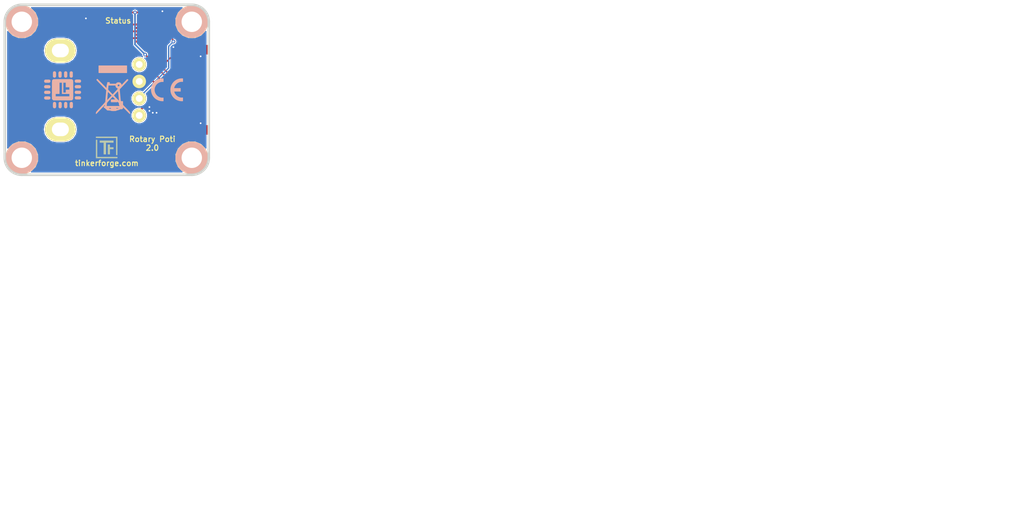
<source format=kicad_pcb>
(kicad_pcb (version 4) (host pcbnew 4.0.2+dfsg1-stable)
  (title_block (title "Rotary Poti Bricklet") (date 2018-06-22) (rev 2.0) (company "Tinkerforge GmbH") (comment 1 "Licensed under CERN OHL v.1.1") (comment 2 "Copyright (©) 2018, L.Lauer <lukas@tinkerforge.com>"))
  (layers (0 Vorderseite signal) (31 Rückseite signal) (34 B.Paste user) (35 F.Paste user) (36 B.SilkS user) (37 F.SilkS user) (38 B.Mask user) (39 F.Mask user) (44 Edge.Cuts user))
  (net 0 "")
  (net 1 GND)
  (net 2 IN_1)
  (net 3 VCC)
  (net 4 "Net-(C1-Pad1)")
  (net 5 "Net-(D1-Pad2)")
  (net 6 "Net-(P1-Pad1)")
  (net 7 "Net-(P1-Pad4)")
  (net 8 "Net-(P1-Pad5)")
  (net 9 "Net-(P1-Pad6)")
  (net 10 "Net-(P2-Pad1)")
  (net 11 "Net-(P3-Pad2)")
  (net 12 "Net-(R3-Pad1)")
  (net 13 S-MISO)
  (net 14 S-MOSI)
  (net 15 S-CLK)
  (net 16 S-CS)
  (net 17 "Net-(U1-Pad3)")
  (net 18 "Net-(U1-Pad4)")
  (net 19 "Net-(U1-Pad5)")
  (net 20 "Net-(U1-Pad6)")
  (net 21 "Net-(U1-Pad7)")
  (net 22 "Net-(U1-Pad8)")
  (net 23 "Net-(U1-Pad11)")
  (net 24 "Net-(U1-Pad12)")
  (net 25 "Net-(U1-Pad14)")
  (net 26 "Net-(U1-Pad16)")
  (net 27 "Net-(U1-Pad19)")
  (net 28 "Net-(U1-Pad20)")
  (net 29 "Net-(U1-Pad21)")
  (net 30 "Net-(U1-Pad18)")
  (module kicad-libraries:Logo_31x31 (layer Vorderseite) (at 146.7 109)
    (fp_text reference Ref** hide)
    (fp_text value Val** hide)
  )
  (module kicad-libraries:DRILL_NP (layer Vorderseite) (at 160.8 112.1 90)
    (fp_text reference U5 hide)
    (fp_text value DRILL hide)
    (pad "" np_thru_hole circle (at 0 0 90) (size 2.99974 2.99974) (drill 2.99974) (layers *.Cu *.Mask F.SilkS) (clearance 0.89916))
  )
  (module kicad-libraries:DRILL_NP (layer Vorderseite) (at 160.8 92.1)
    (fp_text reference U4 hide)
    (fp_text value DRILL hide)
    (pad "" np_thru_hole circle (at 0 0) (size 2.99974 2.99974) (drill 2.99974) (layers *.Cu *.Mask F.SilkS) (clearance 0.89916))
  )
  (module kicad-libraries:DRILL_NP (layer Vorderseite) (at 135.8 112.1)
    (fp_text reference U3 hide)
    (fp_text value DRILL hide)
    (pad "" np_thru_hole circle (at 0 0) (size 2.99974 2.99974) (drill 2.99974) (layers *.Cu *.Mask F.SilkS) (clearance 0.89916))
  )
  (module kicad-libraries:Fiducial_Mark (layer Vorderseite) (at 155.8 113.1)
    (fp_text reference Fiducial_Mark hide)
    (fp_text value VAL** hide)
    (pad 1 smd circle (at 0 0) (size 1.00076 1.00076) (layers Vorderseite F.Paste F.Mask) (clearance 0.65024))
  )
  (module kicad-libraries:Fiducial_Mark (layer Vorderseite) (at 140.8 91.1)
    (fp_text reference Fiducial_Mark hide)
    (fp_text value VAL** hide)
    (pad 1 smd circle (at 0 0) (size 1.00076 1.00076) (layers Vorderseite F.Paste F.Mask) (clearance 0.65024))
  )
  (module kicad-libraries:CE_5mm (layer Rückseite) (at 157.2 102.1)
    (fp_text reference VAL hide)
    (fp_text value CE_5mm hide)
  )
  (module kicad-libraries:WEEE_7mm (layer Rückseite) (at 149.2 102.1)
    (fp_text reference VAL hide)
    (fp_text value WEEE_7mm hide)
  )
  (module kicad-libraries:C0402F (layer Vorderseite) (at 158.1 96.9 90)
    (fp_text reference C1)
    (fp_text value 220pF)
    (pad 2 smd rect (at 0.5 0 90) (size 0.6 0.7) (layers Vorderseite F.Paste F.Mask) (net 1 GND))
    (pad 1 smd rect (at -0.5 0 90) (size 0.6 0.7) (layers Vorderseite F.Paste F.Mask) (net 4 "Net-(C1-Pad1)"))
  )
  (module kicad-libraries:C0805 (layer Vorderseite) (at 156.8 104 270)
    (fp_text reference C3)
    (fp_text value 10uF)
    (pad 1 smd rect (at -1.00076 0 270) (size 1.00076 1.24968) (layers Vorderseite F.Paste F.Mask) (net 3 VCC) (clearance 0.14986))
    (pad 2 smd rect (at 1.00076 0 270) (size 1.00076 1.24968) (layers Vorderseite F.Paste F.Mask) (net 1 GND) (clearance 0.14986))
  )
  (module kicad-libraries:C0603F (layer Vorderseite) (at 155.3 104 270)
    (fp_text reference C4)
    (fp_text value 1uF)
    (pad 1 smd rect (at -0.75 0 270) (size 0.9 0.9) (layers Vorderseite F.Paste F.Mask) (net 3 VCC))
    (pad 2 smd rect (at 0.75 0 270) (size 0.9 0.9) (layers Vorderseite F.Paste F.Mask) (net 1 GND))
  )
  (module kicad-libraries:C0603F (layer Vorderseite) (at 155 90.55)
    (fp_text reference C5)
    (fp_text value 100nF)
    (pad 1 smd rect (at -0.75 0) (size 0.9 0.9) (layers Vorderseite F.Paste F.Mask) (net 3 VCC))
    (pad 2 smd rect (at 0.75 0) (size 0.9 0.9) (layers Vorderseite F.Paste F.Mask) (net 1 GND))
  )
  (module kicad-libraries:D0603F (layer Vorderseite) (at 149.96 90.72 180)
    (fp_text reference D1)
    (fp_text value blue)
    (pad 1 smd rect (at -0.75 0 180) (size 0.9 0.9) (layers Vorderseite F.Paste F.Mask) (net 3 VCC))
    (pad 2 smd rect (at 0.75 0 180) (size 0.9 0.9) (layers Vorderseite F.Paste F.Mask) (net 5 "Net-(D1-Pad2)"))
  )
  (module kicad-libraries:CON-SENSOR2 (layer Vorderseite) (at 163.3 102.1 90)
    (fp_text reference P1)
    (fp_text value CON-SENSOR2)
    (pad 1 smd rect (at -3.75 -4.6 90) (size 0.6 1.8) (layers Vorderseite F.Paste F.Mask) (net 6 "Net-(P1-Pad1)"))
    (pad 2 smd rect (at -2.5 -4.6 90) (size 0.6 1.8) (layers Vorderseite F.Paste F.Mask) (net 1 GND))
    (pad EP smd rect (at -5.9 -1.2 90) (size 1.4 2.4) (layers Vorderseite F.Paste F.Mask) (net 1 GND))
    (pad EP smd rect (at 5.9 -1.2 90) (size 1.4 2.4) (layers Vorderseite F.Paste F.Mask) (net 1 GND))
    (pad 3 smd rect (at -1.25 -4.6 90) (size 0.6 1.8) (layers Vorderseite F.Paste F.Mask) (net 3 VCC))
    (pad 4 smd rect (at 0 -4.6 90) (size 0.6 1.8) (layers Vorderseite F.Paste F.Mask) (net 7 "Net-(P1-Pad4)"))
    (pad 5 smd rect (at 1.25 -4.6 90) (size 0.6 1.8) (layers Vorderseite F.Paste F.Mask) (net 8 "Net-(P1-Pad5)"))
    (pad 6 smd rect (at 2.5 -4.6 90) (size 0.6 1.8) (layers Vorderseite F.Paste F.Mask) (net 9 "Net-(P1-Pad6)"))
    (pad 7 smd rect (at 3.75 -4.6 90) (size 0.6 1.8) (layers Vorderseite F.Paste F.Mask) (net 4 "Net-(C1-Pad1)"))
  )
  (module kicad-libraries:DEBUG_PAD (layer Vorderseite) (at 150.11 93.47)
    (fp_text reference P2)
    (fp_text value DEBUG)
    (pad 1 smd circle (at 0 0) (size 0.7 0.7) (layers Vorderseite F.Paste F.Mask) (net 10 "Net-(P2-Pad1)"))
  )
  (module kicad-libraries:SolderJumper (layer Vorderseite) (at 144.25 91.83 270)
    (fp_text reference P3)
    (fp_text value BOOT)
    (pad 2 smd rect (at 0.55 0 270) (size 0.3 1.4) (layers Vorderseite F.Mask) (net 11 "Net-(P3-Pad2)"))
    (pad 2 smd rect (at 0.15 0 270) (size 0.6 0.5) (layers Vorderseite F.Mask) (net 11 "Net-(P3-Pad2)"))
    (pad 1 smd rect (at -0.5 0 270) (size 0.4 1.4) (layers Vorderseite F.Mask) (net 1 GND))
    (pad 1 smd rect (at -0.225 0.55 270) (size 0.95 0.3) (layers Vorderseite F.Mask) (net 1 GND))
    (pad 1 smd rect (at -0.225 -0.55 270) (size 0.95 0.3) (layers Vorderseite F.Mask) (net 1 GND))
  )
  (module kicad-libraries:R0603F (layer Vorderseite) (at 146.99 90.72)
    (fp_text reference R3)
    (fp_text value 1k)
    (pad 1 smd rect (at -0.75 0) (size 0.9 0.9) (layers Vorderseite F.Paste F.Mask) (net 12 "Net-(R3-Pad1)"))
    (pad 2 smd rect (at 0.75 0) (size 0.9 0.9) (layers Vorderseite F.Paste F.Mask) (net 5 "Net-(D1-Pad2)"))
  )
  (module kicad-libraries:4X0402 (layer Vorderseite) (at 156 97.5)
    (fp_text reference RP1)
    (fp_text value 82)
    (pad 1 smd rect (at -0.7493 0.575 180) (size 0.29972 0.65) (layers Vorderseite F.Paste F.Mask) (net 7 "Net-(P1-Pad4)"))
    (pad 2 smd rect (at -0.24892 0.575 180) (size 0.29972 0.65) (layers Vorderseite F.Paste F.Mask) (net 8 "Net-(P1-Pad5)"))
    (pad 3 smd rect (at 0.24892 0.575 180) (size 0.29972 0.65) (layers Vorderseite F.Paste F.Mask) (net 9 "Net-(P1-Pad6)"))
    (pad 4 smd rect (at 0.7493 0.575 180) (size 0.29972 0.65) (layers Vorderseite F.Paste F.Mask) (net 4 "Net-(C1-Pad1)"))
    (pad 5 smd rect (at 0.7493 -0.575) (size 0.29972 0.65) (layers Vorderseite F.Paste F.Mask) (net 13 S-MISO))
    (pad 6 smd rect (at 0.24892 -0.575) (size 0.29972 0.65) (layers Vorderseite F.Paste F.Mask) (net 14 S-MOSI))
    (pad 7 smd rect (at -0.24892 -0.575) (size 0.29972 0.65) (layers Vorderseite F.Paste F.Mask) (net 15 S-CLK))
    (pad 8 smd rect (at -0.7493 -0.575) (size 0.29972 0.65) (layers Vorderseite F.Paste F.Mask) (net 16 S-CS))
  )
  (module F11KH (layer Vorderseite) (at 147.574 102.12324 90)
    (fp_text reference RV1)
    (fp_text value F11KH)
    (pad 1 thru_hole circle (at -3.74904 5.4991 90) (size 1.99898 1.99898) (drill 1.00076) (layers *.Cu *.Mask F.SilkS) (net 3 VCC))
    (pad 2 thru_hole circle (at -1.24968 5.4991 90) (size 1.99898 1.99898) (drill 1.00076) (layers *.Cu *.Mask F.SilkS) (net 2 IN_1))
    (pad 3 thru_hole circle (at 1.24968 5.4991 90) (size 1.99898 1.99898) (drill 1.00076) (layers *.Cu *.Mask F.SilkS) (net 1 GND))
    (pad "" thru_hole circle (at 3.74904 5.4991 90) (size 1.99898 1.99898) (drill 1.00076) (layers *.Cu *.Mask F.SilkS))
    (pad "" thru_hole oval (at 5.79882 -6.10108 90) (size 3.50012 4.50088) (drill oval 1.99898 2.49936) (layers *.Cu *.Mask F.SilkS))
    (pad "" thru_hole oval (at -5.79882 -6.10108 90) (size 3.50012 4.50088) (drill oval 1.99898 2.49936) (layers *.Cu *.Mask F.SilkS))
  )
  (module kicad-libraries:QFN24-4x4mm-0.5mm (layer Vorderseite) (at 155 93.75 180)
    (fp_text reference U1)
    (fp_text value XMC1XXX24)
    (pad 1 smd oval (at -2.025 -1.25 180) (size 1 0.3) (layers Vorderseite F.Paste F.Mask) (net 13 S-MISO))
    (pad 2 smd oval (at -2.025 -0.75 180) (size 1 0.3) (layers Vorderseite F.Paste F.Mask) (net 2 IN_1))
    (pad 3 smd oval (at -2.025 -0.25 180) (size 1 0.3) (layers Vorderseite F.Paste F.Mask) (net 17 "Net-(U1-Pad3)"))
    (pad 4 smd oval (at -2.025 0.25 180) (size 1 0.3) (layers Vorderseite F.Paste F.Mask) (net 18 "Net-(U1-Pad4)"))
    (pad 5 smd oval (at -2.025 0.75 180) (size 1 0.3) (layers Vorderseite F.Paste F.Mask) (net 19 "Net-(U1-Pad5)"))
    (pad 6 smd oval (at -2.025 1.25 180) (size 1 0.3) (layers Vorderseite F.Paste F.Mask) (net 20 "Net-(U1-Pad6)"))
    (pad 7 smd oval (at -1.25 2.025 270) (size 1 0.3) (layers Vorderseite F.Paste F.Mask) (net 21 "Net-(U1-Pad7)"))
    (pad 8 smd oval (at -0.75 2.025 270) (size 1 0.3) (layers Vorderseite F.Paste F.Mask) (net 22 "Net-(U1-Pad8)"))
    (pad 9 smd oval (at -0.25 2.025 270) (size 1 0.3) (layers Vorderseite F.Paste F.Mask) (net 1 GND))
    (pad 10 smd oval (at 0.25 2.025 270) (size 1 0.3) (layers Vorderseite F.Paste F.Mask) (net 3 VCC))
    (pad 11 smd oval (at 0.75 2.025 270) (size 1 0.3) (layers Vorderseite F.Paste F.Mask) (net 23 "Net-(U1-Pad11)"))
    (pad 12 smd oval (at 1.25 2.025 270) (size 1 0.3) (layers Vorderseite F.Paste F.Mask) (net 24 "Net-(U1-Pad12)"))
    (pad 13 smd oval (at 2.025 1.25 180) (size 1 0.3) (layers Vorderseite F.Paste F.Mask) (net 12 "Net-(R3-Pad1)"))
    (pad 14 smd oval (at 2.025 0.75 180) (size 1 0.3) (layers Vorderseite F.Paste F.Mask) (net 25 "Net-(U1-Pad14)"))
    (pad 15 smd oval (at 2.025 0.25 180) (size 1 0.3) (layers Vorderseite F.Paste F.Mask) (net 10 "Net-(P2-Pad1)"))
    (pad 16 smd oval (at 2.025 -0.25 180) (size 1 0.3) (layers Vorderseite F.Paste F.Mask) (net 26 "Net-(U1-Pad16)"))
    (pad 17 smd oval (at 2.025 -0.75 180) (size 1 0.3) (layers Vorderseite F.Paste F.Mask) (net 11 "Net-(P3-Pad2)"))
    (pad 18 smd oval (at 2.025 -1.25 180) (size 1 0.3) (layers Vorderseite F.Paste F.Mask) (net 30 "Net-(U1-Pad18)"))
    (pad 19 smd oval (at 1.25 -2.025 270) (size 1 0.3) (layers Vorderseite F.Paste F.Mask) (net 27 "Net-(U1-Pad19)"))
    (pad 20 smd oval (at 0.75 -2.025 270) (size 1 0.3) (layers Vorderseite F.Paste F.Mask) (net 28 "Net-(U1-Pad20)"))
    (pad 21 smd oval (at 0.25 -2.025 270) (size 1 0.3) (layers Vorderseite F.Paste F.Mask) (net 29 "Net-(U1-Pad21)"))
    (pad 22 smd oval (at -0.25 -2.025 270) (size 1 0.3) (layers Vorderseite F.Paste F.Mask) (net 16 S-CS))
    (pad 23 smd oval (at -0.75 -2.025 270) (size 1 0.3) (layers Vorderseite F.Paste F.Mask) (net 15 S-CLK))
    (pad 24 smd oval (at -1.25 -2.025 270) (size 1 0.3) (layers Vorderseite F.Paste F.Mask) (net 14 S-MOSI))
    (pad EXP smd rect (at 0.65 0.65 180) (size 1.3 1.3) (layers Vorderseite F.Paste F.Mask) (net 1 GND))
    (pad EXP smd rect (at 0.65 -0.65 180) (size 1.3 1.3) (layers Vorderseite F.Paste F.Mask) (net 1 GND))
    (pad EXP smd rect (at -0.65 0.65 180) (size 1.3 1.3) (layers Vorderseite F.Paste F.Mask) (net 1 GND))
    (pad EXP smd rect (at -0.65 -0.65 180) (size 1.3 1.3) (layers Vorderseite F.Paste F.Mask) (net 1 GND))
  )
  (module kicad-libraries:DRILL_NP (layer Vorderseite) (at 135.8 92.1)
    (fp_text reference U6 hide)
    (fp_text value DRILL hide)
    (pad "" np_thru_hole circle (at 0 0) (size 2.99974 2.99974) (drill 2.99974) (layers *.Cu *.Mask F.SilkS) (clearance 0.89916))
  )
  (module kicad-libraries:Logo_CoMCU (layer Rückseite) (at 141.8 102.1)
    (fp_text reference G*** hide)
    (fp_text value LOGO hide)
  )
  (gr_text Status (at 149.97 91.94) (layer F.SilkS) (effects (font (size 0.8 0.8))))
  (gr_line (start 135.8 114.6) (end 160.8 114.6) (angle 90) (layer Edge.Cuts) (width 0.381))
  (gr_line (start 133.3 92.1) (end 133.3 112.1) (angle 90) (layer Edge.Cuts) (width 0.381))
  (gr_line (start 160.8 89.6) (end 135.8 89.6) (angle 90) (layer Edge.Cuts) (width 0.381))
  (gr_line (start 163.3 112.1) (end 163.3 92.1) (angle 90) (layer Edge.Cuts) (width 0.381))
  (gr_arc (start 160.8 112.1) (end 163.3 112.1) (angle 90) (layer Edge.Cuts) (width 0.381))
  (gr_arc (start 160.8 92.1) (end 160.8 89.6) (angle 90) (layer Edge.Cuts) (width 0.381))
  (gr_arc (start 135.8 92.1) (end 133.3 92.1) (angle 90) (layer Edge.Cuts) (width 0.381))
  (gr_arc (start 135.8 112.1) (end 135.8 114.6) (angle 90) (layer Edge.Cuts) (width 0.381))
  (gr_text tinkerforge.com (at 148.3 112.9) (layer F.SilkS) (effects (font (size 0.8001 0.8001) (thickness 0.14986))))
  (gr_text "Rotary Poti\n2.0" (at 155 110) (layer F.SilkS) (effects (font (size 0.8 0.8))))
  (segment (start 158.1 96.4) (end 158.1 95.82) (width 0.55) (layer Vorderseite) (net 1))
  (via (at 158.1 95.82) (size 0.55) (drill 0.24892) (layers Vorderseite Rückseite) (net 1))
  (segment (start 144.8 91.605) (end 145.225 91.605) (width 0.25) (layer Vorderseite) (net 1))
  (via (at 145.23 91.6) (size 0.55) (drill 0.24892) (layers Vorderseite Rückseite) (net 1))
  (segment (start 145.225 91.605) (end 145.23 91.6) (width 0.25) (layer Vorderseite) (net 1))
  (segment (start 144.25 91.33) (end 144.68 91.33) (width 0.25) (layer Vorderseite) (net 1))
  (segment (start 144.68 91.33) (end 144.81 91.46) (width 0.25) (layer Vorderseite) (net 1))
  (segment (start 144.81 91.46) (end 144.81 91.68) (width 0.25) (layer Vorderseite) (net 1))
  (segment (start 144.81 91.68) (end 144.8 91.605) (width 0.25) (layer Vorderseite) (net 1))
  (segment (start 143.7 91.605) (end 143.7 91.46) (width 0.25) (layer Vorderseite) (net 1))
  (segment (start 143.7 91.46) (end 143.8 91.36) (width 0.25) (layer Vorderseite) (net 1))
  (segment (start 143.8 91.36) (end 144.18 91.36) (width 0.25) (layer Vorderseite) (net 1))
  (segment (start 144.18 91.36) (end 144.25 91.33) (width 0.25) (layer Vorderseite) (net 1))
  (segment (start 155.25 91.725) (end 155.25 91.05) (width 0.25) (layer Vorderseite) (net 1))
  (segment (start 155.25 91.05) (end 155.75 90.55) (width 0.25) (layer Vorderseite) (net 1))
  (segment (start 155.25 91.725) (end 155.25 92.7) (width 0.2) (layer Vorderseite) (net 1))
  (segment (start 155.25 92.7) (end 155.65 93.1) (width 0.2) (layer Vorderseite) (net 1))
  (segment (start 154.35 93.1) (end 154.35 94.4) (width 0.2) (layer Vorderseite) (net 1))
  (segment (start 154.35 94.4) (end 155.65 94.4) (width 0.2) (layer Vorderseite) (net 1))
  (segment (start 155.65 94.4) (end 155.65 93.1) (width 0.2) (layer Vorderseite) (net 1))
  (segment (start 155.65 93.1) (end 154.35 93.1) (width 0.2) (layer Vorderseite) (net 1))
  (segment (start 155.75 90.55) (end 156.48 90.55) (width 0.55) (layer Vorderseite) (net 1))
  (via (at 156.48 90.55) (size 0.55) (drill 0.24892) (layers Vorderseite Rückseite) (net 1))
  (segment (start 154.57 104.64) (end 155.19 104.64) (width 0.55) (layer Vorderseite) (net 1))
  (via (at 154.57 104.64) (size 0.55) (drill 0.24892) (layers Vorderseite Rückseite) (net 1))
  (segment (start 155.19 104.64) (end 155.3 104.75) (width 0.55) (layer Vorderseite) (net 1))
  (segment (start 154.57 105.2) (end 154.57 104.64) (width 0.55) (layer Vorderseite) (net 1))
  (segment (start 154.68 104.75) (end 154.57 104.64) (width 0.55) (layer Vorderseite) (net 1))
  (segment (start 154.68 104.75) (end 155.3 104.75) (width 0.55) (layer Vorderseite) (net 1))
  (via (at 154.57 105.2) (size 0.55) (drill 0.24892) (layers Vorderseite Rückseite) (net 1))
  (segment (start 155.06 105.48) (end 155.62 105.48) (width 0.55) (layer Vorderseite) (net 1))
  (via (at 155.62 105.48) (size 0.55) (drill 0.24892) (layers Vorderseite Rückseite) (net 1))
  (segment (start 155.62 105.48) (end 155.3 105.16) (width 0.55) (layer Vorderseite) (net 1))
  (via (at 155.06 105.48) (size 0.55) (drill 0.24892) (layers Vorderseite Rückseite) (net 1))
  (segment (start 155.3 105.24) (end 155.06 105.48) (width 0.55) (layer Vorderseite) (net 1))
  (segment (start 155.3 105.24) (end 155.3 104.75) (width 0.55) (layer Vorderseite) (net 1))
  (segment (start 155.06 105.48) (end 154.85 105.48) (width 0.55) (layer Vorderseite) (net 1))
  (segment (start 154.85 105.48) (end 154.57 105.2) (width 0.55) (layer Vorderseite) (net 1))
  (segment (start 155.02 104.75) (end 154.57 105.2) (width 0.55) (layer Vorderseite) (net 1))
  (segment (start 155.3 104.75) (end 155.3 105.16) (width 0.55) (layer Vorderseite) (net 1))
  (segment (start 156.8 105.00076) (end 156.18076 105.00076) (width 0.55) (layer Vorderseite) (net 1))
  (segment (start 156.18076 105.00076) (end 155.93 104.75) (width 0.55) (layer Vorderseite) (net 1))
  (segment (start 155.93 104.75) (end 155.3 104.75) (width 0.55) (layer Vorderseite) (net 1))
  (segment (start 158.7 104.6) (end 157.77 104.6) (width 0.55) (layer Vorderseite) (net 1))
  (segment (start 157.77 104.6) (end 157.36924 105.00076) (width 0.55) (layer Vorderseite) (net 1))
  (segment (start 157.36924 105.00076) (end 156.8 105.00076) (width 0.55) (layer Vorderseite) (net 1))
  (segment (start 162.1 108) (end 162.1 107.02) (width 0.55) (layer Vorderseite) (net 1))
  (via (at 162.1 107.02) (size 0.55) (drill 0.24892) (layers Vorderseite Rückseite) (net 1))
  (segment (start 162.1 96.2) (end 162.1 97.18) (width 0.55) (layer Vorderseite) (net 1))
  (via (at 162.1 97.18) (size 0.55) (drill 0.24892) (layers Vorderseite Rückseite) (net 1))
  (segment (start 153.0731 100.87356) (end 153.07564 100.87356) (width 0.29972) (layer Vorderseite) (net 1))
  (segment (start 153.0731 100.87356) (end 153.07564 100.87356) (width 0.29972) (layer Rückseite) (net 1))
  (segment (start 158.1 95) (end 158.1 94.82) (width 0.2) (layer Vorderseite) (net 2))
  (segment (start 157.78 94.5) (end 157.025 94.5) (width 0.2) (layer Vorderseite) (net 2))
  (segment (start 158.1 94.82) (end 157.78 94.5) (width 0.2) (layer Vorderseite) (net 2))
  (segment (start 153.0731 103.37292) (end 153.0731 103.2269) (width 0.2) (layer Rückseite) (net 2))
  (segment (start 153.0731 103.2269) (end 157.4 98.9) (width 0.2) (layer Rückseite) (net 2))
  (segment (start 157.4 98.9) (end 157.4 95.7) (width 0.2) (layer Rückseite) (net 2))
  (segment (start 157.4 95.7) (end 158.1 95) (width 0.2) (layer Rückseite) (net 2))
  (via (at 158.1 95) (size 0.55) (drill 0.24892) (layers Vorderseite Rückseite) (net 2))
  (segment (start 153.0731 105.87228) (end 153.0731 105.2669) (width 0.25) (layer Vorderseite) (net 3))
  (segment (start 153.0731 105.2669) (end 154.38 103.96) (width 0.25) (layer Vorderseite) (net 3))
  (segment (start 154.59 103.25) (end 155.3 103.25) (width 0.25) (layer Vorderseite) (net 3))
  (segment (start 154.38 103.46) (end 154.59 103.25) (width 0.25) (layer Vorderseite) (net 3))
  (segment (start 154.38 103.96) (end 154.38 103.46) (width 0.25) (layer Vorderseite) (net 3))
  (segment (start 155.3 103.25) (end 155.3 101.04) (width 0.25) (layer Vorderseite) (net 3))
  (via (at 152.45 90.73) (size 0.55) (drill 0.24892) (layers Vorderseite Rückseite) (net 3))
  (segment (start 152.45 95.43) (end 152.45 90.73) (width 0.25) (layer Rückseite) (net 3))
  (segment (start 153.95 96.93) (end 152.45 95.43) (width 0.25) (layer Rückseite) (net 3))
  (via (at 153.95 96.93) (size 0.55) (drill 0.24892) (layers Vorderseite Rückseite) (net 3))
  (segment (start 154.59 97.57) (end 153.95 96.93) (width 0.25) (layer Vorderseite) (net 3))
  (segment (start 154.59 100.33) (end 154.59 97.57) (width 0.25) (layer Vorderseite) (net 3))
  (segment (start 155.3 101.04) (end 154.59 100.33) (width 0.25) (layer Vorderseite) (net 3))
  (segment (start 152.45 90.73) (end 152.45 90.72) (width 0.25) (layer Vorderseite) (net 3))
  (segment (start 152.45 90.72) (end 152.45 90.73) (width 0.25) (layer Vorderseite) (net 3))
  (segment (start 152.45 90.73) (end 152.45 90.72) (width 0.25) (layer Vorderseite) (net 3))
  (segment (start 150.71 90.72) (end 152.45 90.72) (width 0.25) (layer Vorderseite) (net 3))
  (segment (start 152.45 90.72) (end 154.08 90.72) (width 0.25) (layer Vorderseite) (net 3))
  (segment (start 154.08 90.72) (end 154.25 90.55) (width 0.25) (layer Vorderseite) (net 3))
  (segment (start 154.75 91.725) (end 154.75 91.05) (width 0.25) (layer Vorderseite) (net 3))
  (segment (start 154.75 91.05) (end 154.25 90.55) (width 0.25) (layer Vorderseite) (net 3))
  (segment (start 156.8 102.99924) (end 156.17076 102.99924) (width 0.55) (layer Vorderseite) (net 3))
  (segment (start 155.92 103.25) (end 155.3 103.25) (width 0.55) (layer Vorderseite) (net 3))
  (segment (start 156.17076 102.99924) (end 155.92 103.25) (width 0.55) (layer Vorderseite) (net 3))
  (segment (start 158.7 103.35) (end 157.82 103.35) (width 0.55) (layer Vorderseite) (net 3))
  (segment (start 157.82 103.35) (end 157.46924 102.99924) (width 0.55) (layer Vorderseite) (net 3))
  (segment (start 157.46924 102.99924) (end 156.8 102.99924) (width 0.55) (layer Vorderseite) (net 3))
  (segment (start 153.0731 105.87228) (end 153.07564 105.87228) (width 0.29972) (layer Vorderseite) (net 3))
  (segment (start 156.7493 98.075) (end 156.985 98.075) (width 0.2) (layer Vorderseite) (net 4))
  (segment (start 157.66 97.4) (end 158.1 97.4) (width 0.2) (layer Vorderseite) (net 4))
  (segment (start 156.985 98.075) (end 157.66 97.4) (width 0.2) (layer Vorderseite) (net 4))
  (segment (start 158.1 97.4) (end 158.1 98.05) (width 0.2) (layer Vorderseite) (net 4))
  (segment (start 158.1 98.05) (end 158.4 98.35) (width 0.2) (layer Vorderseite) (net 4))
  (segment (start 158.4 98.35) (end 158.7 98.35) (width 0.2) (layer Vorderseite) (net 4))
  (segment (start 149.21 90.72) (end 147.74 90.72) (width 0.25) (layer Vorderseite) (net 5))
  (segment (start 158.7 102.1) (end 157.73 102.1) (width 0.2) (layer Vorderseite) (net 7))
  (segment (start 155.2507 99.6207) (end 155.2507 98.075) (width 0.2) (layer Vorderseite) (net 7))
  (segment (start 157.73 102.1) (end 155.2507 99.6207) (width 0.2) (layer Vorderseite) (net 7))
  (segment (start 158.7 100.85) (end 157.68 100.85) (width 0.2) (layer Vorderseite) (net 8))
  (segment (start 155.75108 98.92108) (end 155.75108 98.075) (width 0.2) (layer Vorderseite) (net 8))
  (segment (start 157.68 100.85) (end 155.75108 98.92108) (width 0.2) (layer Vorderseite) (net 8))
  (segment (start 158.7 99.6) (end 157.26 99.6) (width 0.2) (layer Vorderseite) (net 9))
  (segment (start 156.24892 98.58892) (end 156.24892 98.075) (width 0.2) (layer Vorderseite) (net 9))
  (segment (start 157.26 99.6) (end 156.24892 98.58892) (width 0.2) (layer Vorderseite) (net 9))
  (segment (start 152.975 93.5) (end 150.14 93.5) (width 0.25) (layer Vorderseite) (net 10))
  (segment (start 150.14 93.5) (end 150.11 93.47) (width 0.25) (layer Vorderseite) (net 10))
  (segment (start 144.25 92.38) (end 144.25 91.98) (width 0.25) (layer Vorderseite) (net 11))
  (segment (start 152.975 94.5) (end 145.02 94.5) (width 0.25) (layer Vorderseite) (net 11))
  (segment (start 144.25 93.73) (end 144.25 92.38) (width 0.25) (layer Vorderseite) (net 11))
  (segment (start 145.02 94.5) (end 144.25 93.73) (width 0.25) (layer Vorderseite) (net 11))
  (segment (start 152.975 92.5) (end 152.1 92.5) (width 0.25) (layer Vorderseite) (net 12))
  (segment (start 146.24 91.67) (end 146.24 90.72) (width 0.25) (layer Vorderseite) (net 12))
  (segment (start 147.24 92.67) (end 146.24 91.67) (width 0.25) (layer Vorderseite) (net 12))
  (segment (start 151.93 92.67) (end 147.24 92.67) (width 0.25) (layer Vorderseite) (net 12))
  (segment (start 152.1 92.5) (end 151.93 92.67) (width 0.25) (layer Vorderseite) (net 12))
  (segment (start 156.7493 96.925) (end 156.7493 96.3707) (width 0.2) (layer Vorderseite) (net 13))
  (segment (start 157.025 96.095) (end 157.025 95) (width 0.2) (layer Vorderseite) (net 13))
  (segment (start 156.7493 96.3707) (end 157.025 96.095) (width 0.2) (layer Vorderseite) (net 13))
  (segment (start 156.25 95.775) (end 156.25 96.92392) (width 0.2) (layer Vorderseite) (net 14))
  (segment (start 156.25 96.92392) (end 156.24892 96.925) (width 0.2) (layer Vorderseite) (net 14))
  (segment (start 155.75 95.775) (end 155.75 96.92392) (width 0.2) (layer Vorderseite) (net 15))
  (segment (start 155.75 96.92392) (end 155.75108 96.925) (width 0.2) (layer Vorderseite) (net 15))
  (segment (start 155.25 95.775) (end 155.25 96.9243) (width 0.2) (layer Vorderseite) (net 16))
  (segment (start 155.25 96.9243) (end 155.2507 96.925) (width 0.2) (layer Vorderseite) (net 16))
  (zone (net 1) (net_name GND) (layer Rückseite) (connect_pads yes (clearance 0.15)) (min_thickness 0.15) (fill yes (arc_segments 16) (thermal_gap 0.29972) (thermal_bridge_width 0.29972))
    (polygon (pts (xy 163.3 114.6) (xy 133.3 114.6) (xy 133.3 89.6) (xy 163.3 89.6) (xy 163.3 114.6)))
  )
)
</source>
